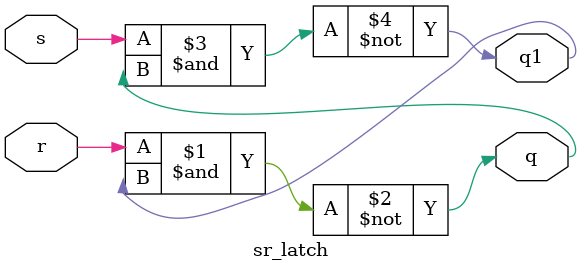
<source format=v>
module sr_latch(r, s, q, q1);   // Module declaration with input and output ports
  input r, s;                    // Declaration of input ports r and s
  output q, q1;                  // Declaration of output ports q and q1
  
  nand (q, r, q1);               // NAND gate implementation for q output
  nand (q1, s, q);               // NAND gate implementation for q1 output
  
endmodule                         // End of module definition

</source>
